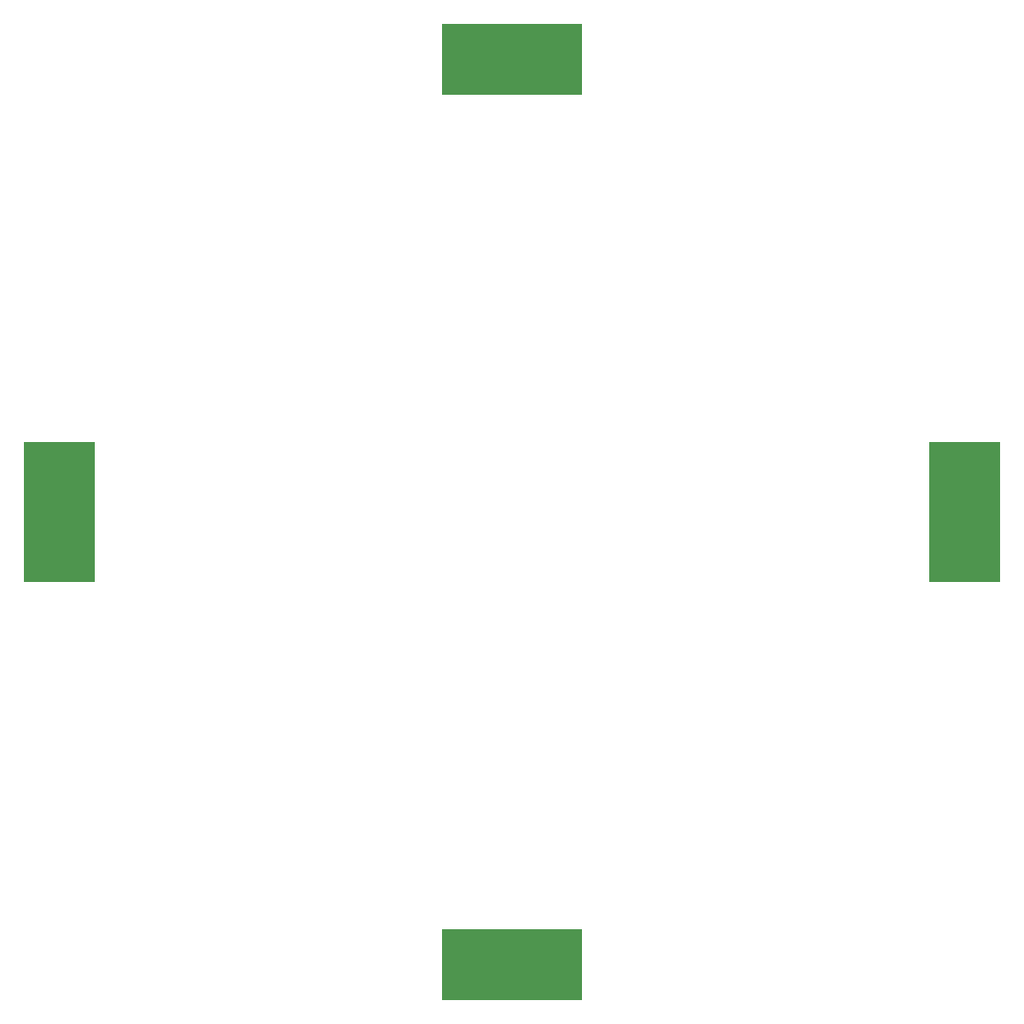
<source format=gtp>
G04*
G04 #@! TF.GenerationSoftware,Altium Limited,Altium Designer,22.1.2 (22)*
G04*
G04 Layer_Color=8421504*
%FSLAX25Y25*%
%MOIN*%
G70*
G04*
G04 #@! TF.SameCoordinates,A02CA134-AAF4-468B-A2AC-DD95B3683172*
G04*
G04*
G04 #@! TF.FilePolarity,Positive*
G04*
G01*
G75*
%ADD11R,0.26575X0.53150*%
%ADD12R,0.53150X0.26575*%
D11*
X367327Y196299D02*
D03*
X26776D02*
D03*
D12*
X197000Y26024D02*
D03*
X197000Y366575D02*
D03*
M02*

</source>
